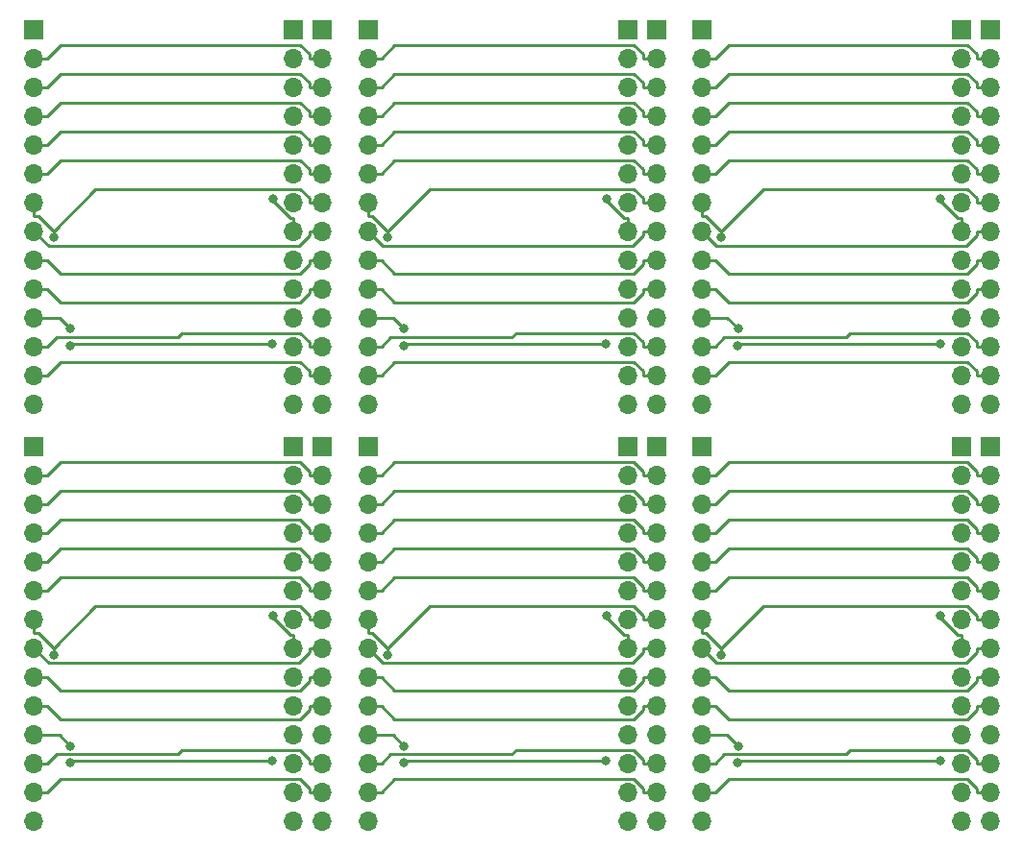
<source format=gbr>
G04 #@! TF.GenerationSoftware,KiCad,Pcbnew,5.1.5+dfsg1-2build2*
G04 #@! TF.CreationDate,2022-03-02T16:34:00-05:00*
G04 #@! TF.ProjectId,,58585858-5858-4585-9858-585858585858,rev?*
G04 #@! TF.SameCoordinates,Original*
G04 #@! TF.FileFunction,Copper,L2,Bot*
G04 #@! TF.FilePolarity,Positive*
%FSLAX46Y46*%
G04 Gerber Fmt 4.6, Leading zero omitted, Abs format (unit mm)*
G04 Created by KiCad (PCBNEW 5.1.5+dfsg1-2build2) date 2022-03-02 16:34:00*
%MOMM*%
%LPD*%
G04 APERTURE LIST*
%ADD10R,1.700000X1.700000*%
%ADD11O,1.700000X1.700000*%
%ADD12C,0.800000*%
%ADD13C,0.250000*%
G04 APERTURE END LIST*
D10*
X156992440Y-83042000D03*
D11*
X156992440Y-85582000D03*
X156992440Y-88122000D03*
X156992440Y-90662000D03*
X156992440Y-93202000D03*
X156992440Y-95742000D03*
X156992440Y-98282000D03*
X156992440Y-100822000D03*
X156992440Y-103362000D03*
X156992440Y-105902000D03*
X156992440Y-108442000D03*
X156992440Y-110982000D03*
X156992440Y-113522000D03*
X156992440Y-116062000D03*
D10*
X127592440Y-83042000D03*
D11*
X127592440Y-85582000D03*
X127592440Y-88122000D03*
X127592440Y-90662000D03*
X127592440Y-93202000D03*
X127592440Y-95742000D03*
X127592440Y-98282000D03*
X127592440Y-100822000D03*
X127592440Y-103362000D03*
X127592440Y-105902000D03*
X127592440Y-108442000D03*
X127592440Y-110982000D03*
X127592440Y-113522000D03*
X127592440Y-116062000D03*
D10*
X98192440Y-83042000D03*
D11*
X98192440Y-85582000D03*
X98192440Y-88122000D03*
X98192440Y-90662000D03*
X98192440Y-93202000D03*
X98192440Y-95742000D03*
X98192440Y-98282000D03*
X98192440Y-100822000D03*
X98192440Y-103362000D03*
X98192440Y-105902000D03*
X98192440Y-108442000D03*
X98192440Y-110982000D03*
X98192440Y-113522000D03*
X98192440Y-116062000D03*
D10*
X156992440Y-46282000D03*
D11*
X156992440Y-48822000D03*
X156992440Y-51362000D03*
X156992440Y-53902000D03*
X156992440Y-56442000D03*
X156992440Y-58982000D03*
X156992440Y-61522000D03*
X156992440Y-64062000D03*
X156992440Y-66602000D03*
X156992440Y-69142000D03*
X156992440Y-71682000D03*
X156992440Y-74222000D03*
X156992440Y-76762000D03*
X156992440Y-79302000D03*
D10*
X127592440Y-46282000D03*
D11*
X127592440Y-48822000D03*
X127592440Y-51362000D03*
X127592440Y-53902000D03*
X127592440Y-56442000D03*
X127592440Y-58982000D03*
X127592440Y-61522000D03*
X127592440Y-64062000D03*
X127592440Y-66602000D03*
X127592440Y-69142000D03*
X127592440Y-71682000D03*
X127592440Y-74222000D03*
X127592440Y-76762000D03*
X127592440Y-79302000D03*
D10*
X154452440Y-83042000D03*
D11*
X154452440Y-85582000D03*
X154452440Y-88122000D03*
X154452440Y-90662000D03*
X154452440Y-93202000D03*
X154452440Y-95742000D03*
X154452440Y-98282000D03*
X154452440Y-100822000D03*
X154452440Y-103362000D03*
X154452440Y-105902000D03*
X154452440Y-108442000D03*
X154452440Y-110982000D03*
X154452440Y-113522000D03*
X154452440Y-116062000D03*
D10*
X125052440Y-83042000D03*
D11*
X125052440Y-85582000D03*
X125052440Y-88122000D03*
X125052440Y-90662000D03*
X125052440Y-93202000D03*
X125052440Y-95742000D03*
X125052440Y-98282000D03*
X125052440Y-100822000D03*
X125052440Y-103362000D03*
X125052440Y-105902000D03*
X125052440Y-108442000D03*
X125052440Y-110982000D03*
X125052440Y-113522000D03*
X125052440Y-116062000D03*
D10*
X95652440Y-83042000D03*
D11*
X95652440Y-85582000D03*
X95652440Y-88122000D03*
X95652440Y-90662000D03*
X95652440Y-93202000D03*
X95652440Y-95742000D03*
X95652440Y-98282000D03*
X95652440Y-100822000D03*
X95652440Y-103362000D03*
X95652440Y-105902000D03*
X95652440Y-108442000D03*
X95652440Y-110982000D03*
X95652440Y-113522000D03*
X95652440Y-116062000D03*
D10*
X154452440Y-46282000D03*
D11*
X154452440Y-48822000D03*
X154452440Y-51362000D03*
X154452440Y-53902000D03*
X154452440Y-56442000D03*
X154452440Y-58982000D03*
X154452440Y-61522000D03*
X154452440Y-64062000D03*
X154452440Y-66602000D03*
X154452440Y-69142000D03*
X154452440Y-71682000D03*
X154452440Y-74222000D03*
X154452440Y-76762000D03*
X154452440Y-79302000D03*
D10*
X125052440Y-46282000D03*
D11*
X125052440Y-48822000D03*
X125052440Y-51362000D03*
X125052440Y-53902000D03*
X125052440Y-56442000D03*
X125052440Y-58982000D03*
X125052440Y-61522000D03*
X125052440Y-64062000D03*
X125052440Y-66602000D03*
X125052440Y-69142000D03*
X125052440Y-71682000D03*
X125052440Y-74222000D03*
X125052440Y-76762000D03*
X125052440Y-79302000D03*
D10*
X131592440Y-83042000D03*
D11*
X131592440Y-85582000D03*
X131592440Y-88122000D03*
X131592440Y-90662000D03*
X131592440Y-93202000D03*
X131592440Y-95742000D03*
X131592440Y-98282000D03*
X131592440Y-100822000D03*
X131592440Y-103362000D03*
X131592440Y-105902000D03*
X131592440Y-108442000D03*
X131592440Y-110982000D03*
X131592440Y-113522000D03*
X131592440Y-116062000D03*
D10*
X102192440Y-83042000D03*
D11*
X102192440Y-85582000D03*
X102192440Y-88122000D03*
X102192440Y-90662000D03*
X102192440Y-93202000D03*
X102192440Y-95742000D03*
X102192440Y-98282000D03*
X102192440Y-100822000D03*
X102192440Y-103362000D03*
X102192440Y-105902000D03*
X102192440Y-108442000D03*
X102192440Y-110982000D03*
X102192440Y-113522000D03*
X102192440Y-116062000D03*
D10*
X72792440Y-83042000D03*
D11*
X72792440Y-85582000D03*
X72792440Y-88122000D03*
X72792440Y-90662000D03*
X72792440Y-93202000D03*
X72792440Y-95742000D03*
X72792440Y-98282000D03*
X72792440Y-100822000D03*
X72792440Y-103362000D03*
X72792440Y-105902000D03*
X72792440Y-108442000D03*
X72792440Y-110982000D03*
X72792440Y-113522000D03*
X72792440Y-116062000D03*
D10*
X131592440Y-46282000D03*
D11*
X131592440Y-48822000D03*
X131592440Y-51362000D03*
X131592440Y-53902000D03*
X131592440Y-56442000D03*
X131592440Y-58982000D03*
X131592440Y-61522000D03*
X131592440Y-64062000D03*
X131592440Y-66602000D03*
X131592440Y-69142000D03*
X131592440Y-71682000D03*
X131592440Y-74222000D03*
X131592440Y-76762000D03*
X131592440Y-79302000D03*
D10*
X102192440Y-46282000D03*
D11*
X102192440Y-48822000D03*
X102192440Y-51362000D03*
X102192440Y-53902000D03*
X102192440Y-56442000D03*
X102192440Y-58982000D03*
X102192440Y-61522000D03*
X102192440Y-64062000D03*
X102192440Y-66602000D03*
X102192440Y-69142000D03*
X102192440Y-71682000D03*
X102192440Y-74222000D03*
X102192440Y-76762000D03*
X102192440Y-79302000D03*
X98192440Y-79302000D03*
X98192440Y-76762000D03*
X98192440Y-74222000D03*
X98192440Y-71682000D03*
X98192440Y-69142000D03*
X98192440Y-66602000D03*
X98192440Y-64062000D03*
X98192440Y-61522000D03*
X98192440Y-58982000D03*
X98192440Y-56442000D03*
X98192440Y-53902000D03*
X98192440Y-51362000D03*
X98192440Y-48822000D03*
D10*
X98192440Y-46282000D03*
D11*
X95652440Y-79302000D03*
X95652440Y-76762000D03*
X95652440Y-74222000D03*
X95652440Y-71682000D03*
X95652440Y-69142000D03*
X95652440Y-66602000D03*
X95652440Y-64062000D03*
X95652440Y-61522000D03*
X95652440Y-58982000D03*
X95652440Y-56442000D03*
X95652440Y-53902000D03*
X95652440Y-51362000D03*
X95652440Y-48822000D03*
D10*
X95652440Y-46282000D03*
D11*
X72792440Y-79302000D03*
X72792440Y-76762000D03*
X72792440Y-74222000D03*
X72792440Y-71682000D03*
X72792440Y-69142000D03*
X72792440Y-66602000D03*
X72792440Y-64062000D03*
X72792440Y-61522000D03*
X72792440Y-58982000D03*
X72792440Y-56442000D03*
X72792440Y-53902000D03*
X72792440Y-51362000D03*
X72792440Y-48822000D03*
D10*
X72792440Y-46282000D03*
D12*
X93771340Y-74003100D03*
X75955940Y-74136900D03*
X75994940Y-72671300D03*
X105355940Y-74136900D03*
X134755940Y-74136900D03*
X75955940Y-110896900D03*
X105355940Y-110896900D03*
X134755940Y-110896900D03*
X105394940Y-72671300D03*
X134794940Y-72671300D03*
X75994940Y-109431300D03*
X105394940Y-109431300D03*
X134794940Y-109431300D03*
X123171340Y-74003100D03*
X152571340Y-74003100D03*
X93771340Y-110763100D03*
X123171340Y-110763100D03*
X152571340Y-110763100D03*
X74511240Y-64632400D03*
X103911240Y-64632400D03*
X133311240Y-64632400D03*
X74511240Y-101392400D03*
X103911240Y-101392400D03*
X133311240Y-101392400D03*
X93824940Y-61201900D03*
X123224940Y-61201900D03*
X152624940Y-61201900D03*
X93824940Y-97961900D03*
X123224940Y-97961900D03*
X152624940Y-97961900D03*
D13*
X98192440Y-48822000D02*
X97017140Y-48822000D01*
X72792440Y-48822000D02*
X73967740Y-48822000D01*
X73967740Y-48822000D02*
X75143040Y-47646700D01*
X75143040Y-47646700D02*
X96209240Y-47646700D01*
X96209240Y-47646700D02*
X97017140Y-48454600D01*
X97017140Y-48454600D02*
X97017140Y-48822000D01*
X103367740Y-48822000D02*
X104543040Y-47646700D01*
X132767740Y-48822000D02*
X133943040Y-47646700D01*
X73967740Y-85582000D02*
X75143040Y-84406700D01*
X103367740Y-85582000D02*
X104543040Y-84406700D01*
X132767740Y-85582000D02*
X133943040Y-84406700D01*
X125609240Y-47646700D02*
X126417140Y-48454600D01*
X155009240Y-47646700D02*
X155817140Y-48454600D01*
X96209240Y-84406700D02*
X97017140Y-85214600D01*
X125609240Y-84406700D02*
X126417140Y-85214600D01*
X155009240Y-84406700D02*
X155817140Y-85214600D01*
X102192440Y-48822000D02*
X103367740Y-48822000D01*
X131592440Y-48822000D02*
X132767740Y-48822000D01*
X72792440Y-85582000D02*
X73967740Y-85582000D01*
X102192440Y-85582000D02*
X103367740Y-85582000D01*
X131592440Y-85582000D02*
X132767740Y-85582000D01*
X104543040Y-47646700D02*
X125609240Y-47646700D01*
X133943040Y-47646700D02*
X155009240Y-47646700D01*
X75143040Y-84406700D02*
X96209240Y-84406700D01*
X104543040Y-84406700D02*
X125609240Y-84406700D01*
X133943040Y-84406700D02*
X155009240Y-84406700D01*
X127592440Y-48822000D02*
X126417140Y-48822000D01*
X156992440Y-48822000D02*
X155817140Y-48822000D01*
X98192440Y-85582000D02*
X97017140Y-85582000D01*
X127592440Y-85582000D02*
X126417140Y-85582000D01*
X156992440Y-85582000D02*
X155817140Y-85582000D01*
X126417140Y-48454600D02*
X126417140Y-48822000D01*
X155817140Y-48454600D02*
X155817140Y-48822000D01*
X97017140Y-85214600D02*
X97017140Y-85582000D01*
X126417140Y-85214600D02*
X126417140Y-85582000D01*
X155817140Y-85214600D02*
X155817140Y-85582000D01*
X98192440Y-76762000D02*
X97017140Y-76762000D01*
X72792440Y-76762000D02*
X73967740Y-76762000D01*
X73967740Y-76762000D02*
X75143040Y-75586700D01*
X75143040Y-75586700D02*
X96209240Y-75586700D01*
X96209240Y-75586700D02*
X97017140Y-76394600D01*
X97017140Y-76394600D02*
X97017140Y-76762000D01*
X104543040Y-75586700D02*
X125609240Y-75586700D01*
X133943040Y-75586700D02*
X155009240Y-75586700D01*
X75143040Y-112346700D02*
X96209240Y-112346700D01*
X104543040Y-112346700D02*
X125609240Y-112346700D01*
X133943040Y-112346700D02*
X155009240Y-112346700D01*
X125609240Y-75586700D02*
X126417140Y-76394600D01*
X155009240Y-75586700D02*
X155817140Y-76394600D01*
X96209240Y-112346700D02*
X97017140Y-113154600D01*
X125609240Y-112346700D02*
X126417140Y-113154600D01*
X155009240Y-112346700D02*
X155817140Y-113154600D01*
X126417140Y-76394600D02*
X126417140Y-76762000D01*
X155817140Y-76394600D02*
X155817140Y-76762000D01*
X97017140Y-113154600D02*
X97017140Y-113522000D01*
X126417140Y-113154600D02*
X126417140Y-113522000D01*
X155817140Y-113154600D02*
X155817140Y-113522000D01*
X103367740Y-76762000D02*
X104543040Y-75586700D01*
X132767740Y-76762000D02*
X133943040Y-75586700D01*
X73967740Y-113522000D02*
X75143040Y-112346700D01*
X103367740Y-113522000D02*
X104543040Y-112346700D01*
X132767740Y-113522000D02*
X133943040Y-112346700D01*
X102192440Y-76762000D02*
X103367740Y-76762000D01*
X131592440Y-76762000D02*
X132767740Y-76762000D01*
X72792440Y-113522000D02*
X73967740Y-113522000D01*
X102192440Y-113522000D02*
X103367740Y-113522000D01*
X131592440Y-113522000D02*
X132767740Y-113522000D01*
X127592440Y-76762000D02*
X126417140Y-76762000D01*
X156992440Y-76762000D02*
X155817140Y-76762000D01*
X98192440Y-113522000D02*
X97017140Y-113522000D01*
X127592440Y-113522000D02*
X126417140Y-113522000D01*
X156992440Y-113522000D02*
X155817140Y-113522000D01*
X98192440Y-74222000D02*
X97017140Y-74222000D01*
X72792440Y-74222000D02*
X73967740Y-74222000D01*
X73967740Y-74222000D02*
X74786540Y-73403200D01*
X74786540Y-73403200D02*
X85471140Y-73403200D01*
X85471140Y-73403200D02*
X85827640Y-73046700D01*
X85827640Y-73046700D02*
X96209240Y-73046700D01*
X96209240Y-73046700D02*
X97017140Y-73854600D01*
X97017140Y-73854600D02*
X97017140Y-74222000D01*
X127592440Y-74222000D02*
X126417140Y-74222000D01*
X156992440Y-74222000D02*
X155817140Y-74222000D01*
X98192440Y-110982000D02*
X97017140Y-110982000D01*
X127592440Y-110982000D02*
X126417140Y-110982000D01*
X156992440Y-110982000D02*
X155817140Y-110982000D01*
X115227640Y-73046700D02*
X125609240Y-73046700D01*
X144627640Y-73046700D02*
X155009240Y-73046700D01*
X85827640Y-109806700D02*
X96209240Y-109806700D01*
X115227640Y-109806700D02*
X125609240Y-109806700D01*
X144627640Y-109806700D02*
X155009240Y-109806700D01*
X104186540Y-73403200D02*
X114871140Y-73403200D01*
X133586540Y-73403200D02*
X144271140Y-73403200D01*
X74786540Y-110163200D02*
X85471140Y-110163200D01*
X104186540Y-110163200D02*
X114871140Y-110163200D01*
X133586540Y-110163200D02*
X144271140Y-110163200D01*
X103367740Y-74222000D02*
X104186540Y-73403200D01*
X132767740Y-74222000D02*
X133586540Y-73403200D01*
X73967740Y-110982000D02*
X74786540Y-110163200D01*
X103367740Y-110982000D02*
X104186540Y-110163200D01*
X132767740Y-110982000D02*
X133586540Y-110163200D01*
X114871140Y-73403200D02*
X115227640Y-73046700D01*
X144271140Y-73403200D02*
X144627640Y-73046700D01*
X85471140Y-110163200D02*
X85827640Y-109806700D01*
X114871140Y-110163200D02*
X115227640Y-109806700D01*
X144271140Y-110163200D02*
X144627640Y-109806700D01*
X126417140Y-73854600D02*
X126417140Y-74222000D01*
X155817140Y-73854600D02*
X155817140Y-74222000D01*
X97017140Y-110614600D02*
X97017140Y-110982000D01*
X126417140Y-110614600D02*
X126417140Y-110982000D01*
X155817140Y-110614600D02*
X155817140Y-110982000D01*
X102192440Y-74222000D02*
X103367740Y-74222000D01*
X131592440Y-74222000D02*
X132767740Y-74222000D01*
X72792440Y-110982000D02*
X73967740Y-110982000D01*
X102192440Y-110982000D02*
X103367740Y-110982000D01*
X131592440Y-110982000D02*
X132767740Y-110982000D01*
X125609240Y-73046700D02*
X126417140Y-73854600D01*
X155009240Y-73046700D02*
X155817140Y-73854600D01*
X96209240Y-109806700D02*
X97017140Y-110614600D01*
X125609240Y-109806700D02*
X126417140Y-110614600D01*
X155009240Y-109806700D02*
X155817140Y-110614600D01*
X93771340Y-74003100D02*
X76089740Y-74003100D01*
X76089740Y-74003100D02*
X75955940Y-74136900D01*
X72792440Y-71682000D02*
X75005640Y-71682000D01*
X75005640Y-71682000D02*
X75994940Y-72671300D01*
X102192440Y-71682000D02*
X104405640Y-71682000D01*
X131592440Y-71682000D02*
X133805640Y-71682000D01*
X72792440Y-108442000D02*
X75005640Y-108442000D01*
X102192440Y-108442000D02*
X104405640Y-108442000D01*
X131592440Y-108442000D02*
X133805640Y-108442000D01*
X105489740Y-74003100D02*
X105355940Y-74136900D01*
X134889740Y-74003100D02*
X134755940Y-74136900D01*
X76089740Y-110763100D02*
X75955940Y-110896900D01*
X105489740Y-110763100D02*
X105355940Y-110896900D01*
X134889740Y-110763100D02*
X134755940Y-110896900D01*
X104405640Y-71682000D02*
X105394940Y-72671300D01*
X133805640Y-71682000D02*
X134794940Y-72671300D01*
X75005640Y-108442000D02*
X75994940Y-109431300D01*
X104405640Y-108442000D02*
X105394940Y-109431300D01*
X133805640Y-108442000D02*
X134794940Y-109431300D01*
X123171340Y-74003100D02*
X105489740Y-74003100D01*
X152571340Y-74003100D02*
X134889740Y-74003100D01*
X93771340Y-110763100D02*
X76089740Y-110763100D01*
X123171340Y-110763100D02*
X105489740Y-110763100D01*
X152571340Y-110763100D02*
X134889740Y-110763100D01*
X98192440Y-69142000D02*
X97017140Y-69142000D01*
X72792440Y-69142000D02*
X73967740Y-69142000D01*
X73967740Y-69142000D02*
X75143040Y-70317300D01*
X75143040Y-70317300D02*
X96209240Y-70317300D01*
X96209240Y-70317300D02*
X97017140Y-69509400D01*
X97017140Y-69509400D02*
X97017140Y-69142000D01*
X102192440Y-69142000D02*
X103367740Y-69142000D01*
X131592440Y-69142000D02*
X132767740Y-69142000D01*
X72792440Y-105902000D02*
X73967740Y-105902000D01*
X102192440Y-105902000D02*
X103367740Y-105902000D01*
X131592440Y-105902000D02*
X132767740Y-105902000D01*
X126417140Y-69509400D02*
X126417140Y-69142000D01*
X155817140Y-69509400D02*
X155817140Y-69142000D01*
X97017140Y-106269400D02*
X97017140Y-105902000D01*
X126417140Y-106269400D02*
X126417140Y-105902000D01*
X155817140Y-106269400D02*
X155817140Y-105902000D01*
X127592440Y-69142000D02*
X126417140Y-69142000D01*
X156992440Y-69142000D02*
X155817140Y-69142000D01*
X98192440Y-105902000D02*
X97017140Y-105902000D01*
X127592440Y-105902000D02*
X126417140Y-105902000D01*
X156992440Y-105902000D02*
X155817140Y-105902000D01*
X103367740Y-69142000D02*
X104543040Y-70317300D01*
X132767740Y-69142000D02*
X133943040Y-70317300D01*
X73967740Y-105902000D02*
X75143040Y-107077300D01*
X103367740Y-105902000D02*
X104543040Y-107077300D01*
X132767740Y-105902000D02*
X133943040Y-107077300D01*
X104543040Y-70317300D02*
X125609240Y-70317300D01*
X133943040Y-70317300D02*
X155009240Y-70317300D01*
X75143040Y-107077300D02*
X96209240Y-107077300D01*
X104543040Y-107077300D02*
X125609240Y-107077300D01*
X133943040Y-107077300D02*
X155009240Y-107077300D01*
X125609240Y-70317300D02*
X126417140Y-69509400D01*
X155009240Y-70317300D02*
X155817140Y-69509400D01*
X96209240Y-107077300D02*
X97017140Y-106269400D01*
X125609240Y-107077300D02*
X126417140Y-106269400D01*
X155009240Y-107077300D02*
X155817140Y-106269400D01*
X98192440Y-66602000D02*
X97017140Y-66602000D01*
X72792440Y-66602000D02*
X73967740Y-66602000D01*
X73967740Y-66602000D02*
X75143040Y-67777300D01*
X75143040Y-67777300D02*
X96209240Y-67777300D01*
X96209240Y-67777300D02*
X97017140Y-66969400D01*
X97017140Y-66969400D02*
X97017140Y-66602000D01*
X103367740Y-66602000D02*
X104543040Y-67777300D01*
X132767740Y-66602000D02*
X133943040Y-67777300D01*
X73967740Y-103362000D02*
X75143040Y-104537300D01*
X103367740Y-103362000D02*
X104543040Y-104537300D01*
X132767740Y-103362000D02*
X133943040Y-104537300D01*
X126417140Y-66969400D02*
X126417140Y-66602000D01*
X155817140Y-66969400D02*
X155817140Y-66602000D01*
X97017140Y-103729400D02*
X97017140Y-103362000D01*
X126417140Y-103729400D02*
X126417140Y-103362000D01*
X155817140Y-103729400D02*
X155817140Y-103362000D01*
X127592440Y-66602000D02*
X126417140Y-66602000D01*
X156992440Y-66602000D02*
X155817140Y-66602000D01*
X98192440Y-103362000D02*
X97017140Y-103362000D01*
X127592440Y-103362000D02*
X126417140Y-103362000D01*
X156992440Y-103362000D02*
X155817140Y-103362000D01*
X102192440Y-66602000D02*
X103367740Y-66602000D01*
X131592440Y-66602000D02*
X132767740Y-66602000D01*
X72792440Y-103362000D02*
X73967740Y-103362000D01*
X102192440Y-103362000D02*
X103367740Y-103362000D01*
X131592440Y-103362000D02*
X132767740Y-103362000D01*
X125609240Y-67777300D02*
X126417140Y-66969400D01*
X155009240Y-67777300D02*
X155817140Y-66969400D01*
X96209240Y-104537300D02*
X97017140Y-103729400D01*
X125609240Y-104537300D02*
X126417140Y-103729400D01*
X155009240Y-104537300D02*
X155817140Y-103729400D01*
X104543040Y-67777300D02*
X125609240Y-67777300D01*
X133943040Y-67777300D02*
X155009240Y-67777300D01*
X75143040Y-104537300D02*
X96209240Y-104537300D01*
X104543040Y-104537300D02*
X125609240Y-104537300D01*
X133943040Y-104537300D02*
X155009240Y-104537300D01*
X98192440Y-64062000D02*
X97017140Y-64062000D01*
X72792440Y-64062000D02*
X74090340Y-65359900D01*
X74090340Y-65359900D02*
X96084540Y-65359900D01*
X96084540Y-65359900D02*
X97017140Y-64427300D01*
X97017140Y-64427300D02*
X97017140Y-64062000D01*
X127592440Y-64062000D02*
X126417140Y-64062000D01*
X156992440Y-64062000D02*
X155817140Y-64062000D01*
X98192440Y-100822000D02*
X97017140Y-100822000D01*
X127592440Y-100822000D02*
X126417140Y-100822000D01*
X156992440Y-100822000D02*
X155817140Y-100822000D01*
X103490340Y-65359900D02*
X125484540Y-65359900D01*
X132890340Y-65359900D02*
X154884540Y-65359900D01*
X74090340Y-102119900D02*
X96084540Y-102119900D01*
X103490340Y-102119900D02*
X125484540Y-102119900D01*
X132890340Y-102119900D02*
X154884540Y-102119900D01*
X125484540Y-65359900D02*
X126417140Y-64427300D01*
X154884540Y-65359900D02*
X155817140Y-64427300D01*
X96084540Y-102119900D02*
X97017140Y-101187300D01*
X125484540Y-102119900D02*
X126417140Y-101187300D01*
X154884540Y-102119900D02*
X155817140Y-101187300D01*
X126417140Y-64427300D02*
X126417140Y-64062000D01*
X155817140Y-64427300D02*
X155817140Y-64062000D01*
X97017140Y-101187300D02*
X97017140Y-100822000D01*
X126417140Y-101187300D02*
X126417140Y-100822000D01*
X155817140Y-101187300D02*
X155817140Y-100822000D01*
X102192440Y-64062000D02*
X103490340Y-65359900D01*
X131592440Y-64062000D02*
X132890340Y-65359900D01*
X72792440Y-100822000D02*
X74090340Y-102119900D01*
X102192440Y-100822000D02*
X103490340Y-102119900D01*
X131592440Y-100822000D02*
X132890340Y-102119900D01*
X74511240Y-64048800D02*
X73159740Y-62697300D01*
X73159740Y-62697300D02*
X72792440Y-62697300D01*
X74511240Y-64632400D02*
X74511240Y-64048800D01*
X74511240Y-64048800D02*
X78213340Y-60346700D01*
X78213340Y-60346700D02*
X96209240Y-60346700D01*
X96209240Y-60346700D02*
X97017140Y-61154600D01*
X97017140Y-61154600D02*
X97017140Y-61522000D01*
X98192440Y-61522000D02*
X97017140Y-61522000D01*
X72792440Y-61522000D02*
X72792440Y-62697300D01*
X127592440Y-61522000D02*
X126417140Y-61522000D01*
X156992440Y-61522000D02*
X155817140Y-61522000D01*
X98192440Y-98282000D02*
X97017140Y-98282000D01*
X127592440Y-98282000D02*
X126417140Y-98282000D01*
X156992440Y-98282000D02*
X155817140Y-98282000D01*
X103911240Y-64048800D02*
X102559740Y-62697300D01*
X133311240Y-64048800D02*
X131959740Y-62697300D01*
X74511240Y-100808800D02*
X73159740Y-99457300D01*
X103911240Y-100808800D02*
X102559740Y-99457300D01*
X133311240Y-100808800D02*
X131959740Y-99457300D01*
X102559740Y-62697300D02*
X102192440Y-62697300D01*
X131959740Y-62697300D02*
X131592440Y-62697300D01*
X73159740Y-99457300D02*
X72792440Y-99457300D01*
X102559740Y-99457300D02*
X102192440Y-99457300D01*
X131959740Y-99457300D02*
X131592440Y-99457300D01*
X125609240Y-60346700D02*
X126417140Y-61154600D01*
X155009240Y-60346700D02*
X155817140Y-61154600D01*
X96209240Y-97106700D02*
X97017140Y-97914600D01*
X125609240Y-97106700D02*
X126417140Y-97914600D01*
X155009240Y-97106700D02*
X155817140Y-97914600D01*
X103911240Y-64048800D02*
X107613340Y-60346700D01*
X133311240Y-64048800D02*
X137013340Y-60346700D01*
X74511240Y-100808800D02*
X78213340Y-97106700D01*
X103911240Y-100808800D02*
X107613340Y-97106700D01*
X133311240Y-100808800D02*
X137013340Y-97106700D01*
X102192440Y-61522000D02*
X102192440Y-62697300D01*
X131592440Y-61522000D02*
X131592440Y-62697300D01*
X72792440Y-98282000D02*
X72792440Y-99457300D01*
X102192440Y-98282000D02*
X102192440Y-99457300D01*
X131592440Y-98282000D02*
X131592440Y-99457300D01*
X107613340Y-60346700D02*
X125609240Y-60346700D01*
X137013340Y-60346700D02*
X155009240Y-60346700D01*
X78213340Y-97106700D02*
X96209240Y-97106700D01*
X107613340Y-97106700D02*
X125609240Y-97106700D01*
X137013340Y-97106700D02*
X155009240Y-97106700D01*
X126417140Y-61154600D02*
X126417140Y-61522000D01*
X155817140Y-61154600D02*
X155817140Y-61522000D01*
X97017140Y-97914600D02*
X97017140Y-98282000D01*
X126417140Y-97914600D02*
X126417140Y-98282000D01*
X155817140Y-97914600D02*
X155817140Y-98282000D01*
X103911240Y-64632400D02*
X103911240Y-64048800D01*
X133311240Y-64632400D02*
X133311240Y-64048800D01*
X74511240Y-101392400D02*
X74511240Y-100808800D01*
X103911240Y-101392400D02*
X103911240Y-100808800D01*
X133311240Y-101392400D02*
X133311240Y-100808800D01*
X73967740Y-58982000D02*
X75143040Y-57806700D01*
X75143040Y-57806700D02*
X96209240Y-57806700D01*
X96209240Y-57806700D02*
X97017140Y-58614600D01*
X97017140Y-58614600D02*
X97017140Y-58982000D01*
X98192440Y-58982000D02*
X97017140Y-58982000D01*
X72792440Y-58982000D02*
X73967740Y-58982000D01*
X103367740Y-58982000D02*
X104543040Y-57806700D01*
X132767740Y-58982000D02*
X133943040Y-57806700D01*
X73967740Y-95742000D02*
X75143040Y-94566700D01*
X103367740Y-95742000D02*
X104543040Y-94566700D01*
X132767740Y-95742000D02*
X133943040Y-94566700D01*
X104543040Y-57806700D02*
X125609240Y-57806700D01*
X133943040Y-57806700D02*
X155009240Y-57806700D01*
X75143040Y-94566700D02*
X96209240Y-94566700D01*
X104543040Y-94566700D02*
X125609240Y-94566700D01*
X133943040Y-94566700D02*
X155009240Y-94566700D01*
X125609240Y-57806700D02*
X126417140Y-58614600D01*
X155009240Y-57806700D02*
X155817140Y-58614600D01*
X96209240Y-94566700D02*
X97017140Y-95374600D01*
X125609240Y-94566700D02*
X126417140Y-95374600D01*
X155009240Y-94566700D02*
X155817140Y-95374600D01*
X126417140Y-58614600D02*
X126417140Y-58982000D01*
X155817140Y-58614600D02*
X155817140Y-58982000D01*
X97017140Y-95374600D02*
X97017140Y-95742000D01*
X126417140Y-95374600D02*
X126417140Y-95742000D01*
X155817140Y-95374600D02*
X155817140Y-95742000D01*
X127592440Y-58982000D02*
X126417140Y-58982000D01*
X156992440Y-58982000D02*
X155817140Y-58982000D01*
X98192440Y-95742000D02*
X97017140Y-95742000D01*
X127592440Y-95742000D02*
X126417140Y-95742000D01*
X156992440Y-95742000D02*
X155817140Y-95742000D01*
X102192440Y-58982000D02*
X103367740Y-58982000D01*
X131592440Y-58982000D02*
X132767740Y-58982000D01*
X72792440Y-95742000D02*
X73967740Y-95742000D01*
X102192440Y-95742000D02*
X103367740Y-95742000D01*
X131592440Y-95742000D02*
X132767740Y-95742000D01*
X98192440Y-56442000D02*
X97017140Y-56442000D01*
X72792440Y-56442000D02*
X73967740Y-56442000D01*
X73967740Y-56442000D02*
X75143040Y-55266700D01*
X75143040Y-55266700D02*
X96209240Y-55266700D01*
X96209240Y-55266700D02*
X97017140Y-56074600D01*
X97017140Y-56074600D02*
X97017140Y-56442000D01*
X125609240Y-55266700D02*
X126417140Y-56074600D01*
X155009240Y-55266700D02*
X155817140Y-56074600D01*
X96209240Y-92026700D02*
X97017140Y-92834600D01*
X125609240Y-92026700D02*
X126417140Y-92834600D01*
X155009240Y-92026700D02*
X155817140Y-92834600D01*
X126417140Y-56074600D02*
X126417140Y-56442000D01*
X155817140Y-56074600D02*
X155817140Y-56442000D01*
X97017140Y-92834600D02*
X97017140Y-93202000D01*
X126417140Y-92834600D02*
X126417140Y-93202000D01*
X155817140Y-92834600D02*
X155817140Y-93202000D01*
X103367740Y-56442000D02*
X104543040Y-55266700D01*
X132767740Y-56442000D02*
X133943040Y-55266700D01*
X73967740Y-93202000D02*
X75143040Y-92026700D01*
X103367740Y-93202000D02*
X104543040Y-92026700D01*
X132767740Y-93202000D02*
X133943040Y-92026700D01*
X104543040Y-55266700D02*
X125609240Y-55266700D01*
X133943040Y-55266700D02*
X155009240Y-55266700D01*
X75143040Y-92026700D02*
X96209240Y-92026700D01*
X104543040Y-92026700D02*
X125609240Y-92026700D01*
X133943040Y-92026700D02*
X155009240Y-92026700D01*
X127592440Y-56442000D02*
X126417140Y-56442000D01*
X156992440Y-56442000D02*
X155817140Y-56442000D01*
X98192440Y-93202000D02*
X97017140Y-93202000D01*
X127592440Y-93202000D02*
X126417140Y-93202000D01*
X156992440Y-93202000D02*
X155817140Y-93202000D01*
X102192440Y-56442000D02*
X103367740Y-56442000D01*
X131592440Y-56442000D02*
X132767740Y-56442000D01*
X72792440Y-93202000D02*
X73967740Y-93202000D01*
X102192440Y-93202000D02*
X103367740Y-93202000D01*
X131592440Y-93202000D02*
X132767740Y-93202000D01*
X98192440Y-53902000D02*
X97017140Y-53902000D01*
X72792440Y-53902000D02*
X73967740Y-53902000D01*
X73967740Y-53902000D02*
X75143040Y-52726700D01*
X75143040Y-52726700D02*
X96209240Y-52726700D01*
X96209240Y-52726700D02*
X97017140Y-53534600D01*
X97017140Y-53534600D02*
X97017140Y-53902000D01*
X126417140Y-53534600D02*
X126417140Y-53902000D01*
X155817140Y-53534600D02*
X155817140Y-53902000D01*
X97017140Y-90294600D02*
X97017140Y-90662000D01*
X126417140Y-90294600D02*
X126417140Y-90662000D01*
X155817140Y-90294600D02*
X155817140Y-90662000D01*
X125609240Y-52726700D02*
X126417140Y-53534600D01*
X155009240Y-52726700D02*
X155817140Y-53534600D01*
X96209240Y-89486700D02*
X97017140Y-90294600D01*
X125609240Y-89486700D02*
X126417140Y-90294600D01*
X155009240Y-89486700D02*
X155817140Y-90294600D01*
X127592440Y-53902000D02*
X126417140Y-53902000D01*
X156992440Y-53902000D02*
X155817140Y-53902000D01*
X98192440Y-90662000D02*
X97017140Y-90662000D01*
X127592440Y-90662000D02*
X126417140Y-90662000D01*
X156992440Y-90662000D02*
X155817140Y-90662000D01*
X102192440Y-53902000D02*
X103367740Y-53902000D01*
X131592440Y-53902000D02*
X132767740Y-53902000D01*
X72792440Y-90662000D02*
X73967740Y-90662000D01*
X102192440Y-90662000D02*
X103367740Y-90662000D01*
X131592440Y-90662000D02*
X132767740Y-90662000D01*
X104543040Y-52726700D02*
X125609240Y-52726700D01*
X133943040Y-52726700D02*
X155009240Y-52726700D01*
X75143040Y-89486700D02*
X96209240Y-89486700D01*
X104543040Y-89486700D02*
X125609240Y-89486700D01*
X133943040Y-89486700D02*
X155009240Y-89486700D01*
X103367740Y-53902000D02*
X104543040Y-52726700D01*
X132767740Y-53902000D02*
X133943040Y-52726700D01*
X73967740Y-90662000D02*
X75143040Y-89486700D01*
X103367740Y-90662000D02*
X104543040Y-89486700D01*
X132767740Y-90662000D02*
X133943040Y-89486700D01*
X98192440Y-51362000D02*
X97017140Y-51362000D01*
X72792440Y-51362000D02*
X73967740Y-51362000D01*
X73967740Y-51362000D02*
X75143040Y-50186700D01*
X75143040Y-50186700D02*
X96209240Y-50186700D01*
X96209240Y-50186700D02*
X97017140Y-50994600D01*
X97017140Y-50994600D02*
X97017140Y-51362000D01*
X102192440Y-51362000D02*
X103367740Y-51362000D01*
X131592440Y-51362000D02*
X132767740Y-51362000D01*
X72792440Y-88122000D02*
X73967740Y-88122000D01*
X102192440Y-88122000D02*
X103367740Y-88122000D01*
X131592440Y-88122000D02*
X132767740Y-88122000D01*
X126417140Y-50994600D02*
X126417140Y-51362000D01*
X155817140Y-50994600D02*
X155817140Y-51362000D01*
X97017140Y-87754600D02*
X97017140Y-88122000D01*
X126417140Y-87754600D02*
X126417140Y-88122000D01*
X155817140Y-87754600D02*
X155817140Y-88122000D01*
X127592440Y-51362000D02*
X126417140Y-51362000D01*
X156992440Y-51362000D02*
X155817140Y-51362000D01*
X98192440Y-88122000D02*
X97017140Y-88122000D01*
X127592440Y-88122000D02*
X126417140Y-88122000D01*
X156992440Y-88122000D02*
X155817140Y-88122000D01*
X125609240Y-50186700D02*
X126417140Y-50994600D01*
X155009240Y-50186700D02*
X155817140Y-50994600D01*
X96209240Y-86946700D02*
X97017140Y-87754600D01*
X125609240Y-86946700D02*
X126417140Y-87754600D01*
X155009240Y-86946700D02*
X155817140Y-87754600D01*
X103367740Y-51362000D02*
X104543040Y-50186700D01*
X132767740Y-51362000D02*
X133943040Y-50186700D01*
X73967740Y-88122000D02*
X75143040Y-86946700D01*
X103367740Y-88122000D02*
X104543040Y-86946700D01*
X132767740Y-88122000D02*
X133943040Y-86946700D01*
X104543040Y-50186700D02*
X125609240Y-50186700D01*
X133943040Y-50186700D02*
X155009240Y-50186700D01*
X75143040Y-86946700D02*
X96209240Y-86946700D01*
X104543040Y-86946700D02*
X125609240Y-86946700D01*
X133943040Y-86946700D02*
X155009240Y-86946700D01*
X95652440Y-62886700D02*
X95353840Y-62886700D01*
X95353840Y-62886700D02*
X93824940Y-61357800D01*
X93824940Y-61357800D02*
X93824940Y-61201900D01*
X95652440Y-64062000D02*
X95652440Y-62886700D01*
X125052440Y-62886700D02*
X124753840Y-62886700D01*
X154452440Y-62886700D02*
X154153840Y-62886700D01*
X95652440Y-99646700D02*
X95353840Y-99646700D01*
X125052440Y-99646700D02*
X124753840Y-99646700D01*
X154452440Y-99646700D02*
X154153840Y-99646700D01*
X124753840Y-62886700D02*
X123224940Y-61357800D01*
X154153840Y-62886700D02*
X152624940Y-61357800D01*
X95353840Y-99646700D02*
X93824940Y-98117800D01*
X124753840Y-99646700D02*
X123224940Y-98117800D01*
X154153840Y-99646700D02*
X152624940Y-98117800D01*
X123224940Y-61357800D02*
X123224940Y-61201900D01*
X152624940Y-61357800D02*
X152624940Y-61201900D01*
X93824940Y-98117800D02*
X93824940Y-97961900D01*
X123224940Y-98117800D02*
X123224940Y-97961900D01*
X152624940Y-98117800D02*
X152624940Y-97961900D01*
X125052440Y-64062000D02*
X125052440Y-62886700D01*
X154452440Y-64062000D02*
X154452440Y-62886700D01*
X95652440Y-100822000D02*
X95652440Y-99646700D01*
X125052440Y-100822000D02*
X125052440Y-99646700D01*
X154452440Y-100822000D02*
X154452440Y-99646700D01*
M02*

</source>
